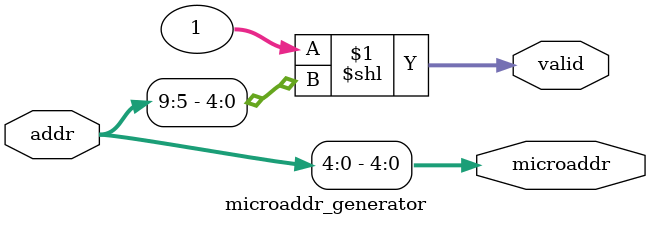
<source format=v>
`timescale 1ns / 1ps

module microaddr_generator(
    input [9:0] addr,
    
    output wire [31:0] valid,
    output wire [4:0] microaddr
    );
    
    assign valid = {{31{1'b0}},1'b1} << addr[9:5];
    assign microaddr = addr[4:0];

endmodule

</source>
